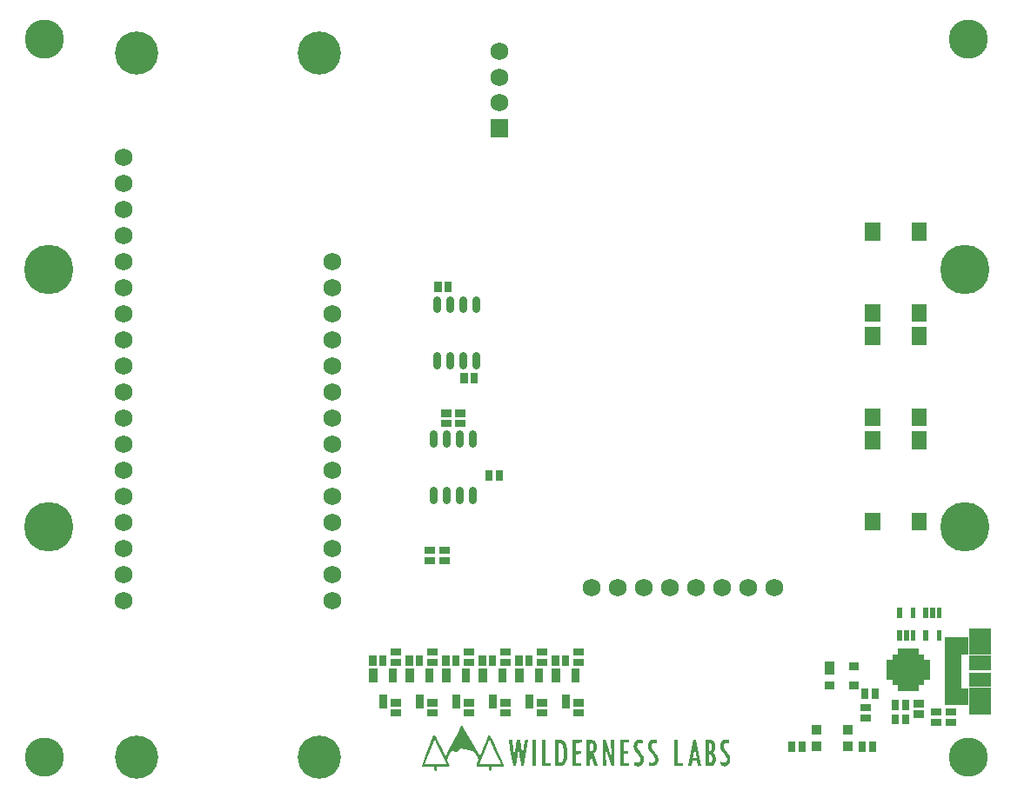
<source format=gts>
G04 Layer: TopSolderMaskLayer*
G04 EasyEDA v6.4.19.4, 2021-07-14T11:09:17--7:00*
G04 73e50abd1ea448babbb0d4c805b7eb3a,d433bb90ee054a4e8348b136ee7bb52c,10*
G04 Gerber Generator version 0.2*
G04 Scale: 100 percent, Rotated: No, Reflected: No *
G04 Dimensions in inches *
G04 leading zeros omitted , absolute positions ,3 integer and 6 decimal *
%FSLAX36Y36*%
%MOIN*%

%ADD39C,0.0316*%
%ADD40C,0.1497*%
%ADD41C,0.1891*%
%ADD43C,0.0680*%
%ADD44C,0.1655*%

%LPD*%
G36*
X1247020Y121620D02*
G01*
X1245860Y121300D01*
X1244620Y120380D01*
X1243280Y118760D01*
X1241720Y116380D01*
X1239880Y113160D01*
X1232340Y98539D01*
X1195020Y24580D01*
X1186440Y7900D01*
X1184980Y5260D01*
X1184820Y5300D01*
X1184180Y6180D01*
X1181620Y10780D01*
X1177640Y18640D01*
X1172560Y29100D01*
X1166700Y41460D01*
X1158660Y58760D01*
X1152320Y71960D01*
X1149980Y76560D01*
X1148080Y80060D01*
X1146540Y82560D01*
X1145260Y84260D01*
X1144180Y85280D01*
X1143200Y85780D01*
X1142720Y85879D01*
X1141260Y85900D01*
X1139940Y85620D01*
X1138920Y85079D01*
X1138340Y84320D01*
X1114280Y23080D01*
X1108660Y8520D01*
X1103700Y-4660D01*
X1099580Y-15880D01*
X1096032Y-26200D01*
X1105060Y-26200D01*
X1133640Y46520D01*
X1141220Y65359D01*
X1142860Y69120D01*
X1143240Y68500D01*
X1150980Y52480D01*
X1163700Y25500D01*
X1177140Y-3459D01*
X1185680Y-22500D01*
X1187200Y-26260D01*
X1187220Y-26460D01*
X1186280Y-26560D01*
X1179940Y-26700D01*
X1161760Y-26720D01*
X1105060Y-26200D01*
X1096032Y-26200D01*
X1094800Y-30200D01*
X1094460Y-32020D01*
X1094580Y-32800D01*
X1094780Y-33460D01*
X1095140Y-34000D01*
X1095720Y-34460D01*
X1096600Y-34800D01*
X1097880Y-35080D01*
X1101820Y-35480D01*
X1108200Y-35720D01*
X1140220Y-36340D01*
X1140220Y-41440D01*
X1140360Y-43720D01*
X1140740Y-45800D01*
X1141360Y-47619D01*
X1142200Y-49140D01*
X1143200Y-50340D01*
X1144340Y-51160D01*
X1145620Y-51580D01*
X1147000Y-51540D01*
X1148420Y-50920D01*
X1149380Y-49600D01*
X1149960Y-47260D01*
X1150320Y-43660D01*
X1150760Y-36340D01*
X1188440Y-35620D01*
X1193840Y-35320D01*
X1195660Y-35100D01*
X1197020Y-34820D01*
X1197960Y-34480D01*
X1198600Y-34040D01*
X1198980Y-33520D01*
X1199200Y-32900D01*
X1199320Y-32140D01*
X1199100Y-30000D01*
X1198140Y-26660D01*
X1196600Y-22580D01*
X1194640Y-18200D01*
X1189500Y-7600D01*
X1200500Y14240D01*
X1204000Y20740D01*
X1206860Y25660D01*
X1207960Y27340D01*
X1208780Y28400D01*
X1209260Y28760D01*
X1210300Y28400D01*
X1212020Y27400D01*
X1214200Y25920D01*
X1219020Y22360D01*
X1221380Y20900D01*
X1223380Y19940D01*
X1224740Y19600D01*
X1226280Y20200D01*
X1228720Y21820D01*
X1231740Y24180D01*
X1235000Y27060D01*
X1242900Y34460D01*
X1277400Y26640D01*
X1287880Y24060D01*
X1294060Y22240D01*
X1295320Y20700D01*
X1297540Y17300D01*
X1300380Y12540D01*
X1303580Y6939D01*
X1311440Y-7300D01*
X1305620Y-23140D01*
X1304639Y-26200D01*
X1314440Y-26200D01*
X1343000Y46520D01*
X1350600Y65359D01*
X1352240Y69120D01*
X1353500Y66680D01*
X1361699Y49620D01*
X1374880Y21600D01*
X1387880Y-6520D01*
X1392600Y-16940D01*
X1396380Y-25760D01*
X1396579Y-26460D01*
X1395640Y-26560D01*
X1389300Y-26700D01*
X1371140Y-26720D01*
X1314440Y-26200D01*
X1304639Y-26200D01*
X1303880Y-29180D01*
X1303700Y-30680D01*
X1303740Y-31940D01*
X1304019Y-33000D01*
X1304540Y-33880D01*
X1305340Y-34580D01*
X1306440Y-35140D01*
X1307820Y-35540D01*
X1309520Y-35860D01*
X1311560Y-36060D01*
X1316680Y-36240D01*
X1349580Y-36260D01*
X1349580Y-41400D01*
X1349720Y-43700D01*
X1350100Y-45780D01*
X1350720Y-47619D01*
X1351560Y-49140D01*
X1352560Y-50340D01*
X1353700Y-51160D01*
X1354980Y-51580D01*
X1356360Y-51540D01*
X1357780Y-50920D01*
X1358740Y-49600D01*
X1359319Y-47260D01*
X1359680Y-43660D01*
X1360140Y-36340D01*
X1397560Y-35620D01*
X1402960Y-35320D01*
X1404820Y-35100D01*
X1406200Y-34840D01*
X1407200Y-34520D01*
X1407860Y-34120D01*
X1408280Y-33640D01*
X1408520Y-33060D01*
X1408660Y-32380D01*
X1408520Y-31620D01*
X1407240Y-27960D01*
X1404720Y-21740D01*
X1401120Y-13340D01*
X1391339Y8600D01*
X1385480Y21400D01*
X1369860Y54800D01*
X1363980Y67080D01*
X1359640Y75660D01*
X1357980Y78780D01*
X1356560Y81199D01*
X1355380Y83020D01*
X1354379Y84320D01*
X1353540Y85180D01*
X1352780Y85660D01*
X1352100Y85879D01*
X1351120Y85879D01*
X1350660Y85780D01*
X1350200Y85540D01*
X1349199Y84620D01*
X1348060Y82940D01*
X1346660Y80280D01*
X1344920Y76440D01*
X1342700Y71220D01*
X1336540Y55860D01*
X1328720Y35960D01*
X1322980Y21700D01*
X1319060Y12600D01*
X1317660Y9740D01*
X1316560Y7820D01*
X1315740Y6780D01*
X1315400Y6560D01*
X1315100Y6500D01*
X1314840Y6600D01*
X1313880Y8139D01*
X1294139Y42900D01*
X1278380Y70880D01*
X1265180Y94100D01*
X1255140Y111440D01*
X1251800Y117040D01*
X1249460Y120640D01*
X1248200Y121359D01*
G37*
G36*
X1981000Y69000D02*
G01*
X1978620Y68740D01*
X1976300Y68220D01*
X1974019Y67440D01*
X1971780Y66420D01*
X1970220Y65500D01*
X1968779Y64440D01*
X1967440Y63240D01*
X1966220Y61900D01*
X1965100Y60420D01*
X1964079Y58800D01*
X1963180Y57040D01*
X1962400Y55160D01*
X1961720Y53140D01*
X1961160Y50980D01*
X1960700Y48700D01*
X1960360Y46280D01*
X1960200Y44400D01*
X1960160Y42560D01*
X1960240Y40740D01*
X1960420Y38940D01*
X1960740Y37140D01*
X1961200Y35340D01*
X1961780Y33520D01*
X1962500Y31700D01*
X1963340Y29860D01*
X1964340Y27980D01*
X1966759Y24100D01*
X1969800Y20000D01*
X1980240Y7620D01*
X1983160Y3660D01*
X1984220Y1980D01*
X1985040Y420D01*
X1985660Y-1060D01*
X1986100Y-2480D01*
X1986380Y-3920D01*
X1986540Y-5380D01*
X1986579Y-6959D01*
X1986399Y-9740D01*
X1985860Y-12260D01*
X1985000Y-14460D01*
X1983860Y-16359D01*
X1982440Y-17940D01*
X1980760Y-19160D01*
X1978880Y-20019D01*
X1976819Y-20520D01*
X1974600Y-20620D01*
X1972220Y-20299D01*
X1969760Y-19580D01*
X1967200Y-18400D01*
X1962820Y-16040D01*
X1962820Y-22919D01*
X1962940Y-26880D01*
X1963700Y-29220D01*
X1965620Y-30800D01*
X1969280Y-32380D01*
X1971360Y-33100D01*
X1973420Y-33580D01*
X1975460Y-33860D01*
X1977480Y-33900D01*
X1979460Y-33760D01*
X1981399Y-33420D01*
X1983280Y-32900D01*
X1985100Y-32180D01*
X1986840Y-31300D01*
X1988520Y-30259D01*
X1990120Y-29060D01*
X1991600Y-27719D01*
X1993000Y-26240D01*
X1994280Y-24640D01*
X1995460Y-22900D01*
X1996500Y-21040D01*
X1997400Y-19080D01*
X1998160Y-17020D01*
X1998779Y-14880D01*
X1999220Y-12640D01*
X1999500Y-10340D01*
X1999620Y-7960D01*
X1999540Y-5540D01*
X1999280Y-3060D01*
X1998920Y-1060D01*
X1998440Y920D01*
X1997800Y2900D01*
X1996980Y4900D01*
X1995980Y6979D01*
X1994800Y9160D01*
X1991740Y13879D01*
X1987680Y19300D01*
X1977620Y31620D01*
X1976000Y33880D01*
X1974820Y35840D01*
X1974019Y37580D01*
X1973520Y39260D01*
X1973280Y40980D01*
X1973220Y42880D01*
X1973460Y45960D01*
X1974180Y48740D01*
X1975340Y51180D01*
X1976840Y53220D01*
X1978680Y54800D01*
X1980780Y55880D01*
X1983100Y56380D01*
X1985580Y56260D01*
X1989660Y55359D01*
X1991500Y54860D01*
X1992880Y54360D01*
X1994220Y54040D01*
X1995020Y54620D01*
X1995400Y56340D01*
X1995480Y59520D01*
X1995340Y62880D01*
X1994720Y64980D01*
X1993300Y66320D01*
X1990800Y67420D01*
X1988300Y68220D01*
X1985840Y68740D01*
X1983400Y69000D01*
G37*
G36*
X1926060Y69000D02*
G01*
X1923680Y68740D01*
X1921360Y68220D01*
X1919079Y67440D01*
X1916840Y66420D01*
X1915280Y65500D01*
X1913839Y64440D01*
X1912500Y63240D01*
X1911279Y61900D01*
X1910160Y60420D01*
X1909139Y58800D01*
X1908240Y57040D01*
X1907460Y55160D01*
X1906780Y53140D01*
X1906220Y50980D01*
X1905760Y48700D01*
X1905420Y46280D01*
X1905260Y44400D01*
X1905220Y42560D01*
X1905300Y40740D01*
X1905480Y38940D01*
X1905800Y37140D01*
X1906260Y35340D01*
X1906840Y33520D01*
X1907560Y31700D01*
X1908400Y29860D01*
X1909400Y27980D01*
X1911819Y24100D01*
X1914860Y20000D01*
X1925300Y7620D01*
X1928220Y3660D01*
X1929280Y1980D01*
X1930100Y420D01*
X1930720Y-1060D01*
X1931160Y-2480D01*
X1931440Y-3920D01*
X1931600Y-5380D01*
X1931639Y-6959D01*
X1931459Y-9740D01*
X1930920Y-12260D01*
X1930060Y-14460D01*
X1928920Y-16359D01*
X1927500Y-17940D01*
X1925820Y-19160D01*
X1923940Y-20019D01*
X1921879Y-20520D01*
X1919660Y-20620D01*
X1917280Y-20299D01*
X1914820Y-19580D01*
X1912260Y-18400D01*
X1907880Y-16040D01*
X1907880Y-22919D01*
X1908000Y-26900D01*
X1908779Y-29260D01*
X1910780Y-30840D01*
X1914600Y-32500D01*
X1918320Y-33820D01*
X1921240Y-34360D01*
X1924079Y-34160D01*
X1927520Y-33240D01*
X1929420Y-32559D01*
X1931240Y-31700D01*
X1932960Y-30700D01*
X1934580Y-29540D01*
X1936100Y-28240D01*
X1937520Y-26800D01*
X1938820Y-25240D01*
X1940000Y-23540D01*
X1941060Y-21720D01*
X1942000Y-19780D01*
X1942800Y-17720D01*
X1943460Y-15560D01*
X1944319Y-11700D01*
X1944580Y-9860D01*
X1944720Y-8040D01*
X1944720Y-6260D01*
X1944600Y-4460D01*
X1944360Y-2680D01*
X1943959Y-880D01*
X1943420Y980D01*
X1942720Y2859D01*
X1941860Y4800D01*
X1940840Y6820D01*
X1938280Y11140D01*
X1934980Y15920D01*
X1930940Y21280D01*
X1926060Y27300D01*
X1922120Y32320D01*
X1920760Y34300D01*
X1919740Y36080D01*
X1919040Y37700D01*
X1918580Y39280D01*
X1918340Y40900D01*
X1918280Y42640D01*
X1918500Y45420D01*
X1919120Y48120D01*
X1920120Y50599D01*
X1921459Y52779D01*
X1922700Y54220D01*
X1924000Y55300D01*
X1925460Y56000D01*
X1927120Y56360D01*
X1929040Y56360D01*
X1931339Y56040D01*
X1934019Y55380D01*
X1937200Y54380D01*
X1939019Y53940D01*
X1940040Y54400D01*
X1940460Y56120D01*
X1940540Y59500D01*
X1940400Y62880D01*
X1939780Y64980D01*
X1938380Y66320D01*
X1935860Y67420D01*
X1933360Y68220D01*
X1930900Y68740D01*
X1928460Y69000D01*
G37*
G36*
X2257500Y68980D02*
G01*
X2255140Y68780D01*
X2252820Y68360D01*
X2250540Y67700D01*
X2248300Y66820D01*
X2246660Y65940D01*
X2245100Y64820D01*
X2243640Y63480D01*
X2242300Y61960D01*
X2241100Y60260D01*
X2240000Y58400D01*
X2239040Y56400D01*
X2238240Y54300D01*
X2237560Y52080D01*
X2237040Y49800D01*
X2236680Y47440D01*
X2236480Y45039D01*
X2236440Y42600D01*
X2236600Y40160D01*
X2236920Y37720D01*
X2237440Y35320D01*
X2237940Y33760D01*
X2238680Y32000D01*
X2239640Y30080D01*
X2242120Y25900D01*
X2243580Y23720D01*
X2246840Y19420D01*
X2252820Y12060D01*
X2257120Y6500D01*
X2258720Y4260D01*
X2259980Y2320D01*
X2260980Y600D01*
X2261700Y-940D01*
X2262220Y-2360D01*
X2262540Y-3700D01*
X2262700Y-5020D01*
X2262760Y-6380D01*
X2262660Y-8440D01*
X2262360Y-10460D01*
X2261920Y-12440D01*
X2261300Y-14280D01*
X2260560Y-15980D01*
X2259700Y-17440D01*
X2258740Y-18660D01*
X2257700Y-19580D01*
X2256500Y-20179D01*
X2254980Y-20560D01*
X2253200Y-20700D01*
X2251260Y-20640D01*
X2249240Y-20379D01*
X2247200Y-19920D01*
X2245220Y-19260D01*
X2243380Y-18400D01*
X2239000Y-16040D01*
X2239000Y-22919D01*
X2239120Y-26900D01*
X2239900Y-29260D01*
X2241900Y-30840D01*
X2245740Y-32500D01*
X2247700Y-33180D01*
X2249640Y-33680D01*
X2251540Y-34000D01*
X2253400Y-34120D01*
X2255220Y-34080D01*
X2256980Y-33860D01*
X2258700Y-33500D01*
X2260340Y-32960D01*
X2261940Y-32300D01*
X2263460Y-31480D01*
X2264920Y-30520D01*
X2266300Y-29440D01*
X2267600Y-28260D01*
X2268820Y-26940D01*
X2269960Y-25520D01*
X2271000Y-24000D01*
X2271940Y-22380D01*
X2272780Y-20680D01*
X2273520Y-18900D01*
X2274160Y-17060D01*
X2274680Y-15120D01*
X2275080Y-13140D01*
X2275360Y-11100D01*
X2275520Y-9020D01*
X2275540Y-6899D01*
X2275440Y-4740D01*
X2275180Y-2560D01*
X2274800Y-360D01*
X2274260Y1860D01*
X2273580Y4100D01*
X2272740Y6320D01*
X2271740Y8540D01*
X2270440Y10960D01*
X2268980Y13260D01*
X2267560Y15220D01*
X2264760Y18100D01*
X2259560Y24080D01*
X2256580Y27740D01*
X2254540Y30419D01*
X2252840Y32960D01*
X2251460Y35380D01*
X2250400Y37700D01*
X2249640Y39920D01*
X2249220Y42020D01*
X2249100Y44060D01*
X2249300Y46000D01*
X2249800Y47859D01*
X2250640Y49660D01*
X2251760Y51420D01*
X2253220Y53099D01*
X2254680Y54440D01*
X2256260Y55420D01*
X2257940Y56080D01*
X2259760Y56400D01*
X2261760Y56380D01*
X2263960Y56040D01*
X2266380Y55359D01*
X2269060Y54360D01*
X2270400Y54040D01*
X2271200Y54620D01*
X2271580Y56340D01*
X2271660Y59520D01*
X2271520Y62880D01*
X2270900Y64980D01*
X2269500Y66320D01*
X2266980Y67420D01*
X2264640Y68160D01*
X2262260Y68660D01*
X2259880Y68940D01*
G37*
G36*
X2134300Y67720D02*
G01*
X2120286Y-240D01*
X2132120Y-240D01*
X2132360Y1860D01*
X2133940Y11900D01*
X2136240Y25580D01*
X2137220Y31980D01*
X2137900Y37140D01*
X2138200Y40320D01*
X2138340Y42800D01*
X2138560Y43460D01*
X2138960Y42200D01*
X2140000Y37300D01*
X2141940Y26060D01*
X2146320Y-2160D01*
X2139200Y-2160D01*
X2136100Y-2039D01*
X2133880Y-1680D01*
X2132560Y-1080D01*
X2132120Y-240D01*
X2120286Y-240D01*
X2114540Y-29340D01*
X2114260Y-31240D01*
X2114660Y-32040D01*
X2115800Y-32660D01*
X2117620Y-33040D01*
X2120040Y-33160D01*
X2125820Y-33160D01*
X2129460Y-13020D01*
X2148160Y-13020D01*
X2152160Y-32400D01*
X2160900Y-33020D01*
X2164220Y-33020D01*
X2164700Y-32860D01*
X2144520Y66800D01*
G37*
G36*
X1469259Y67720D02*
G01*
X1458940Y66800D01*
X1451860Y20680D01*
X1449460Y5740D01*
X1447960Y-2940D01*
X1447560Y5080D01*
X1446860Y11620D01*
X1444180Y32240D01*
X1439300Y66800D01*
X1430620Y67400D01*
X1428620Y67340D01*
X1427280Y67160D01*
X1426780Y66820D01*
X1432000Y34300D01*
X1440440Y-16840D01*
X1442520Y-28900D01*
X1443140Y-31100D01*
X1444100Y-32400D01*
X1445720Y-33020D01*
X1449300Y-33180D01*
X1450960Y-33140D01*
X1451639Y-32940D01*
X1452240Y-32580D01*
X1452760Y-31960D01*
X1453260Y-31040D01*
X1453720Y-29740D01*
X1454660Y-25820D01*
X1455700Y-19720D01*
X1460960Y15460D01*
X1462740Y25660D01*
X1463460Y29100D01*
X1464079Y31440D01*
X1464560Y32660D01*
X1464760Y32860D01*
X1464920Y32759D01*
X1465180Y31700D01*
X1465480Y27240D01*
X1466680Y17860D01*
X1468660Y4180D01*
X1473000Y-23620D01*
X1474300Y-32420D01*
X1474720Y-32719D01*
X1475840Y-32960D01*
X1477480Y-33100D01*
X1481519Y-33120D01*
X1483180Y-32960D01*
X1484280Y-32740D01*
X1484700Y-32460D01*
X1501040Y66660D01*
X1500540Y67220D01*
X1499220Y67540D01*
X1497340Y67640D01*
X1495160Y67560D01*
X1492960Y67280D01*
X1490980Y66860D01*
X1489500Y66300D01*
X1488779Y65640D01*
X1487940Y60700D01*
X1485100Y40420D01*
X1481020Y9600D01*
X1480300Y5180D01*
X1479760Y2660D01*
X1479520Y2039D01*
X1479319Y1820D01*
X1479120Y1980D01*
X1478940Y2460D01*
X1478600Y4340D01*
X1476459Y19500D01*
G37*
G36*
X2179560Y67580D02*
G01*
X2179777Y40460D01*
X2192960Y40460D01*
X2193040Y47820D01*
X2193380Y52820D01*
X2193700Y54520D01*
X2194140Y55740D01*
X2194720Y56520D01*
X2195460Y56900D01*
X2196380Y56920D01*
X2197500Y56600D01*
X2198860Y56000D01*
X2200440Y55160D01*
X2201840Y54020D01*
X2203020Y52340D01*
X2204000Y50240D01*
X2204740Y47760D01*
X2205280Y45060D01*
X2205580Y42180D01*
X2205640Y39240D01*
X2205460Y36320D01*
X2205040Y33540D01*
X2204360Y30980D01*
X2203400Y28740D01*
X2202200Y26900D01*
X2201040Y25840D01*
X2199580Y24980D01*
X2197980Y24400D01*
X2196460Y24180D01*
X2195320Y24220D01*
X2194460Y24460D01*
X2193840Y25099D01*
X2193420Y26300D01*
X2193160Y28260D01*
X2192980Y35140D01*
X2192960Y40460D01*
X2179777Y40460D01*
X2180127Y-4500D01*
X2192960Y-4500D01*
X2193020Y4880D01*
X2193160Y7780D01*
X2193420Y9720D01*
X2193860Y10900D01*
X2194500Y11520D01*
X2195380Y11740D01*
X2196580Y11780D01*
X2198260Y11480D01*
X2200040Y10640D01*
X2201740Y9360D01*
X2203260Y7700D01*
X2204400Y5880D01*
X2205300Y3860D01*
X2205960Y1700D01*
X2206360Y-580D01*
X2206540Y-2940D01*
X2206520Y-5300D01*
X2206280Y-7660D01*
X2205840Y-9940D01*
X2205240Y-12120D01*
X2204440Y-14160D01*
X2203480Y-16000D01*
X2202360Y-17600D01*
X2201120Y-18920D01*
X2199720Y-19920D01*
X2198200Y-20540D01*
X2196580Y-20760D01*
X2195380Y-20740D01*
X2194500Y-20500D01*
X2193860Y-19880D01*
X2193420Y-18700D01*
X2193160Y-16760D01*
X2193020Y-13859D01*
X2192960Y-4500D01*
X2180127Y-4500D01*
X2180340Y-32400D01*
X2196920Y-32360D01*
X2199940Y-32260D01*
X2202440Y-32080D01*
X2204500Y-31780D01*
X2206200Y-31360D01*
X2207680Y-30800D01*
X2209020Y-30059D01*
X2210320Y-29160D01*
X2212300Y-27420D01*
X2214020Y-25480D01*
X2215480Y-23340D01*
X2216700Y-20920D01*
X2217700Y-18220D01*
X2218460Y-15220D01*
X2219040Y-11860D01*
X2219400Y-8139D01*
X2219540Y-5460D01*
X2219520Y-2900D01*
X2219380Y-480D01*
X2219100Y1820D01*
X2218700Y4000D01*
X2218180Y6000D01*
X2217520Y7860D01*
X2216760Y9540D01*
X2215860Y11060D01*
X2214860Y12380D01*
X2213740Y13520D01*
X2212520Y14460D01*
X2207900Y17540D01*
X2207920Y17940D01*
X2208440Y18640D01*
X2209400Y19540D01*
X2212000Y21680D01*
X2213200Y23020D01*
X2214260Y24540D01*
X2215200Y26240D01*
X2216000Y28080D01*
X2216680Y30059D01*
X2217220Y32140D01*
X2217640Y34300D01*
X2217940Y36540D01*
X2218100Y38820D01*
X2218080Y43480D01*
X2217880Y45800D01*
X2217560Y48080D01*
X2217120Y50340D01*
X2216560Y52500D01*
X2215880Y54600D01*
X2215100Y56580D01*
X2214200Y58440D01*
X2213180Y60140D01*
X2212060Y61700D01*
X2210820Y63060D01*
X2209460Y64220D01*
X2208000Y65140D01*
X2206760Y65720D01*
X2205300Y66220D01*
X2203580Y66620D01*
X2199460Y67240D01*
X2194400Y67540D01*
G37*
G36*
X2060820Y67580D02*
G01*
X2060820Y-33160D01*
X2095140Y-33160D01*
X2094220Y-21540D01*
X2074180Y-20620D01*
X2074180Y67580D01*
G37*
G36*
X1854420Y67580D02*
G01*
X1854420Y-33260D01*
X1887840Y-32400D01*
X1887840Y-21540D01*
X1866300Y-20640D01*
X1866300Y13340D01*
X1885600Y13340D01*
X1885600Y24180D01*
X1866300Y24180D01*
X1866300Y56720D01*
X1888580Y56720D01*
X1888580Y67580D01*
G37*
G36*
X1786080Y67580D02*
G01*
X1786860Y-32400D01*
X1799920Y-33360D01*
X1798899Y14520D01*
X1798720Y27960D01*
X1798779Y34260D01*
X1819400Y-33320D01*
X1831399Y-32400D01*
X1832200Y67580D01*
X1818500Y67580D01*
X1819540Y80D01*
X1815240Y15220D01*
X1809960Y32519D01*
X1798820Y67580D01*
G37*
G36*
X1725240Y67580D02*
G01*
X1725240Y39580D01*
X1738600Y39580D01*
X1738680Y49060D01*
X1738800Y52080D01*
X1739040Y54200D01*
X1739400Y55560D01*
X1739940Y56320D01*
X1740640Y56660D01*
X1741579Y56720D01*
X1742960Y56480D01*
X1744540Y55820D01*
X1746120Y54840D01*
X1747520Y53620D01*
X1748680Y52020D01*
X1749680Y49960D01*
X1750380Y47699D01*
X1750700Y45500D01*
X1750800Y42040D01*
X1750780Y38940D01*
X1750620Y36200D01*
X1750340Y33800D01*
X1749900Y31680D01*
X1749319Y29860D01*
X1748560Y28280D01*
X1747620Y26940D01*
X1746500Y25820D01*
X1745180Y24880D01*
X1743680Y24100D01*
X1741940Y23460D01*
X1740840Y23160D01*
X1740020Y23140D01*
X1739420Y23600D01*
X1739040Y24740D01*
X1738779Y26700D01*
X1738660Y29720D01*
X1738600Y39580D01*
X1725240Y39580D01*
X1725240Y-33340D01*
X1737860Y-32400D01*
X1739340Y12160D01*
X1755260Y-33160D01*
X1768240Y-33160D01*
X1756339Y660D01*
X1750760Y16060D01*
X1754400Y17800D01*
X1755660Y18540D01*
X1756819Y19520D01*
X1757920Y20720D01*
X1758920Y22120D01*
X1759840Y23700D01*
X1760680Y25460D01*
X1761399Y27360D01*
X1762040Y29380D01*
X1762580Y31500D01*
X1763020Y33720D01*
X1763340Y36000D01*
X1763540Y38320D01*
X1763640Y43040D01*
X1763500Y45400D01*
X1763240Y47740D01*
X1762840Y50020D01*
X1762340Y52240D01*
X1761680Y54380D01*
X1760900Y56400D01*
X1759920Y58420D01*
X1758839Y60199D01*
X1757620Y61740D01*
X1756220Y63099D01*
X1754660Y64240D01*
X1752880Y65180D01*
X1750880Y65960D01*
X1748600Y66580D01*
X1746040Y67040D01*
X1743180Y67340D01*
X1739980Y67520D01*
G37*
G36*
X1671780Y67580D02*
G01*
X1671780Y-33260D01*
X1705200Y-32400D01*
X1705200Y-21540D01*
X1683560Y-20640D01*
X1684400Y12560D01*
X1702960Y13480D01*
X1702960Y24040D01*
X1684400Y24960D01*
X1684400Y55960D01*
X1705940Y56860D01*
X1705940Y67580D01*
G37*
G36*
X1604980Y67580D02*
G01*
X1604980Y56940D01*
X1618340Y56940D01*
X1623220Y55460D01*
X1626699Y54060D01*
X1628200Y53360D01*
X1629560Y52420D01*
X1630940Y51040D01*
X1632180Y49420D01*
X1633120Y47740D01*
X1633620Y46380D01*
X1634560Y42660D01*
X1635400Y37840D01*
X1636100Y32240D01*
X1636639Y26200D01*
X1637000Y20059D01*
X1637140Y14120D01*
X1637040Y8740D01*
X1636440Y1900D01*
X1635940Y-2060D01*
X1635340Y-5520D01*
X1634640Y-8520D01*
X1633800Y-11100D01*
X1632840Y-13280D01*
X1631699Y-15120D01*
X1630400Y-16640D01*
X1628899Y-17880D01*
X1627180Y-18840D01*
X1625240Y-19600D01*
X1623060Y-20160D01*
X1618340Y-21160D01*
X1618340Y56940D01*
X1604980Y56940D01*
X1604980Y-33600D01*
X1621399Y-32480D01*
X1624880Y-32060D01*
X1628000Y-31520D01*
X1630800Y-30840D01*
X1633300Y-30019D01*
X1635520Y-29040D01*
X1637500Y-27879D01*
X1639280Y-26540D01*
X1640860Y-24980D01*
X1642280Y-23200D01*
X1643580Y-21200D01*
X1644760Y-18940D01*
X1645560Y-17160D01*
X1646980Y-13240D01*
X1648180Y-8920D01*
X1649139Y-4280D01*
X1649900Y660D01*
X1650440Y5800D01*
X1650740Y11080D01*
X1650860Y16440D01*
X1650760Y21800D01*
X1650460Y27120D01*
X1649960Y32320D01*
X1649259Y37340D01*
X1648360Y42120D01*
X1647300Y46580D01*
X1646040Y50660D01*
X1645340Y52539D01*
X1643800Y55920D01*
X1642980Y57420D01*
X1642100Y58780D01*
X1641180Y59980D01*
X1640220Y61020D01*
X1638920Y62200D01*
X1637600Y63240D01*
X1636200Y64160D01*
X1634700Y64940D01*
X1633100Y65620D01*
X1631360Y66180D01*
X1629480Y66640D01*
X1627400Y67000D01*
X1622580Y67440D01*
X1616759Y67580D01*
G37*
G36*
X1553000Y67580D02*
G01*
X1553000Y-33160D01*
X1587340Y-33160D01*
X1586399Y-21540D01*
X1566360Y-20620D01*
X1566360Y67580D01*
G37*
G36*
X1518839Y67580D02*
G01*
X1518839Y-33160D01*
X1532220Y-33160D01*
X1532220Y67580D01*
G37*
D39*
X1138000Y1024239D02*
G01*
X1138000Y988018D01*
X1188000Y1024239D02*
G01*
X1188000Y988018D01*
X1238000Y1024239D02*
G01*
X1238000Y988018D01*
X1288000Y1024239D02*
G01*
X1288000Y988018D01*
X1138000Y1239980D02*
G01*
X1138000Y1203759D01*
X1188000Y1239980D02*
G01*
X1188000Y1203759D01*
X1238000Y1239980D02*
G01*
X1238000Y1203759D01*
X1288000Y1239980D02*
G01*
X1288000Y1203759D01*
X1300000Y1719758D02*
G01*
X1300000Y1755979D01*
X1250000Y1719758D02*
G01*
X1250000Y1755979D01*
X1200000Y1719758D02*
G01*
X1200000Y1755979D01*
X1150000Y1719758D02*
G01*
X1150000Y1755979D01*
X1300000Y1504020D02*
G01*
X1300000Y1540239D01*
X1250000Y1504020D02*
G01*
X1250000Y1540239D01*
X1200000Y1504020D02*
G01*
X1200000Y1540239D01*
X1150000Y1504020D02*
G01*
X1150000Y1540239D01*
D40*
G01*
X3188980Y0D03*
G01*
X3188980Y2755909D03*
G01*
X-354329Y0D03*
G01*
X-354329Y2755909D03*
D41*
G01*
X-334650Y1870079D03*
G01*
X-334650Y885830D03*
G01*
X3173230Y1870079D03*
G01*
X3173230Y885830D03*
G36*
X2791400Y1181500D02*
G01*
X2791400Y1250500D01*
X2850600Y1250500D01*
X2850600Y1181500D01*
G37*
G36*
X2791400Y869499D02*
G01*
X2791400Y938499D01*
X2850600Y938499D01*
X2850600Y869499D01*
G37*
G36*
X2969399Y1181500D02*
G01*
X2969399Y1250500D01*
X3028599Y1250500D01*
X3028599Y1181500D01*
G37*
G36*
X2969399Y869499D02*
G01*
X2969399Y938499D01*
X3028599Y938499D01*
X3028599Y869499D01*
G37*
G36*
X2969399Y1669499D02*
G01*
X2969399Y1738499D01*
X3028599Y1738499D01*
X3028599Y1669499D01*
G37*
G36*
X2969399Y1981500D02*
G01*
X2969399Y2050500D01*
X3028599Y2050500D01*
X3028599Y1981500D01*
G37*
G36*
X2791400Y1669499D02*
G01*
X2791400Y1738499D01*
X2850600Y1738499D01*
X2850600Y1669499D01*
G37*
G36*
X2791400Y1981500D02*
G01*
X2791400Y2050500D01*
X2850600Y2050500D01*
X2850600Y1981500D01*
G37*
G36*
X2969399Y1269499D02*
G01*
X2969399Y1338499D01*
X3028599Y1338499D01*
X3028599Y1269499D01*
G37*
G36*
X2969399Y1581500D02*
G01*
X2969399Y1650500D01*
X3028599Y1650500D01*
X3028599Y1581500D01*
G37*
G36*
X2791400Y1269499D02*
G01*
X2791400Y1338499D01*
X2850600Y1338499D01*
X2850600Y1269499D01*
G37*
G36*
X2791400Y1581500D02*
G01*
X2791400Y1650500D01*
X2850600Y1650500D01*
X2850600Y1581500D01*
G37*
D43*
G01*
X-50000Y2300000D03*
G01*
X-50000Y2200000D03*
G01*
X-50000Y2100000D03*
G01*
X-50000Y2000000D03*
G01*
X-50000Y1900000D03*
G01*
X-50000Y1800000D03*
G01*
X-50000Y1700000D03*
G01*
X-50000Y1600000D03*
G01*
X-50000Y1500000D03*
G01*
X-50000Y1400000D03*
G01*
X-50000Y1300000D03*
G01*
X-50000Y1200000D03*
G01*
X-50000Y1100000D03*
G01*
X-50000Y1000000D03*
G01*
X-50000Y900000D03*
G01*
X-50000Y800000D03*
G01*
X-50000Y700000D03*
G01*
X-50000Y600000D03*
G01*
X750000Y600000D03*
G01*
X750000Y700000D03*
G01*
X750000Y800000D03*
G01*
X750000Y900000D03*
G01*
X750000Y1000000D03*
G01*
X750000Y1100000D03*
G01*
X750000Y1200000D03*
G01*
X750000Y1300000D03*
G01*
X750000Y1400000D03*
G01*
X750000Y1500000D03*
G01*
X750000Y1600000D03*
G01*
X750000Y1700000D03*
G01*
X750000Y1800000D03*
G01*
X750000Y1900000D03*
D44*
G01*
X0Y2700000D03*
G01*
X700000Y2700000D03*
G01*
X0Y0D03*
G01*
X700000Y0D03*
G36*
X2707399Y25799D02*
G01*
X2707399Y61300D01*
X2742899Y61300D01*
X2742899Y25799D01*
G37*
G36*
X2707100Y88699D02*
G01*
X2707100Y124200D01*
X2742600Y124200D01*
X2742600Y88699D01*
G37*
G36*
X2587399Y25799D02*
G01*
X2587399Y61300D01*
X2622899Y61300D01*
X2622899Y25799D01*
G37*
G36*
X2587100Y88699D02*
G01*
X2587100Y124200D01*
X2622600Y124200D01*
X2622600Y88699D01*
G37*
G36*
X1629200Y189200D02*
G01*
X1629200Y242399D01*
X1660799Y242399D01*
X1660799Y189200D01*
G37*
G36*
X1591800Y287600D02*
G01*
X1591800Y340799D01*
X1623400Y340799D01*
X1623400Y287600D01*
G37*
G36*
X1666599Y287600D02*
G01*
X1666599Y340799D01*
X1698199Y340799D01*
X1698199Y287600D01*
G37*
G36*
X1489200Y189200D02*
G01*
X1489200Y242399D01*
X1520799Y242399D01*
X1520799Y189200D01*
G37*
G36*
X1451800Y287600D02*
G01*
X1451800Y340799D01*
X1483400Y340799D01*
X1483400Y287600D01*
G37*
G36*
X1526599Y287600D02*
G01*
X1526599Y340799D01*
X1558199Y340799D01*
X1558199Y287600D01*
G37*
G36*
X1349200Y189200D02*
G01*
X1349200Y242399D01*
X1380799Y242399D01*
X1380799Y189200D01*
G37*
G36*
X1311800Y287600D02*
G01*
X1311800Y340799D01*
X1343400Y340799D01*
X1343400Y287600D01*
G37*
G36*
X1386599Y287600D02*
G01*
X1386599Y340799D01*
X1418199Y340799D01*
X1418199Y287600D01*
G37*
G36*
X1209200Y189200D02*
G01*
X1209200Y242399D01*
X1240799Y242399D01*
X1240799Y189200D01*
G37*
G36*
X1171800Y287600D02*
G01*
X1171800Y340799D01*
X1203400Y340799D01*
X1203400Y287600D01*
G37*
G36*
X1246599Y287600D02*
G01*
X1246599Y340799D01*
X1278199Y340799D01*
X1278199Y287600D01*
G37*
G36*
X1069200Y189200D02*
G01*
X1069200Y242399D01*
X1100799Y242399D01*
X1100799Y189200D01*
G37*
G36*
X1031800Y287600D02*
G01*
X1031800Y340799D01*
X1063400Y340799D01*
X1063400Y287600D01*
G37*
G36*
X1106599Y287600D02*
G01*
X1106599Y340799D01*
X1138199Y340799D01*
X1138199Y287600D01*
G37*
G36*
X929200Y189200D02*
G01*
X929200Y242399D01*
X960799Y242399D01*
X960799Y189200D01*
G37*
G36*
X891800Y287600D02*
G01*
X891800Y340799D01*
X923400Y340799D01*
X923400Y287600D01*
G37*
G36*
X966599Y287600D02*
G01*
X966599Y340799D01*
X998199Y340799D01*
X998199Y287600D01*
G37*
D43*
G01*
X1745670Y650000D03*
G01*
X1845670Y650000D03*
G01*
X1945670Y650000D03*
G01*
X2045670Y650000D03*
G01*
X2145670Y650000D03*
G01*
X2245670Y650000D03*
G01*
X2345670Y650000D03*
G01*
X2445670Y650000D03*
G36*
X3065699Y446999D02*
G01*
X3065699Y486399D01*
X3085500Y486399D01*
X3085500Y446999D01*
G37*
G36*
X3014499Y446999D02*
G01*
X3014499Y486399D01*
X3034300Y486399D01*
X3034300Y446999D01*
G37*
G36*
X3014499Y533600D02*
G01*
X3014499Y573000D01*
X3034300Y573000D01*
X3034300Y533600D01*
G37*
G36*
X3040100Y533600D02*
G01*
X3040100Y573000D01*
X3059899Y573000D01*
X3059899Y533600D01*
G37*
G36*
X3065699Y533600D02*
G01*
X3065699Y573000D01*
X3085500Y573000D01*
X3085500Y533600D01*
G37*
G36*
X2914499Y533600D02*
G01*
X2914499Y573000D01*
X2934300Y573000D01*
X2934300Y533600D01*
G37*
G36*
X2965699Y533600D02*
G01*
X2965699Y573000D01*
X2985500Y573000D01*
X2985500Y533600D01*
G37*
G36*
X2965699Y446999D02*
G01*
X2965699Y486399D01*
X2985500Y486399D01*
X2985500Y446999D01*
G37*
G36*
X2940100Y446999D02*
G01*
X2940100Y486399D01*
X2959899Y486399D01*
X2959899Y446999D01*
G37*
G36*
X2914499Y446999D02*
G01*
X2914499Y486399D01*
X2934300Y486399D01*
X2934300Y446999D01*
G37*
G36*
X2918599Y296599D02*
G01*
X2918599Y375399D01*
X2997399Y375399D01*
X2997399Y296599D01*
G37*
G36*
X2918599Y375399D02*
G01*
X2918599Y418699D01*
X2938299Y418699D01*
X2938299Y375399D01*
G37*
G36*
X2938299Y375399D02*
G01*
X2938299Y418699D01*
X2958000Y418699D01*
X2958000Y375399D01*
G37*
G36*
X2958000Y375399D02*
G01*
X2958000Y418699D01*
X2977700Y418699D01*
X2977700Y375399D01*
G37*
G36*
X2977700Y375399D02*
G01*
X2977700Y418699D01*
X2997399Y418699D01*
X2997399Y375399D01*
G37*
G36*
X2997399Y375399D02*
G01*
X2997399Y395100D01*
X3017100Y395100D01*
X3017100Y375399D01*
G37*
G36*
X2997399Y355700D02*
G01*
X2997399Y375399D01*
X3040699Y375399D01*
X3040699Y355700D01*
G37*
G36*
X2997399Y335999D02*
G01*
X2997399Y355700D01*
X3040699Y355700D01*
X3040699Y335999D01*
G37*
G36*
X2997399Y316300D02*
G01*
X2997399Y335999D01*
X3040699Y335999D01*
X3040699Y316300D01*
G37*
G36*
X2997399Y296599D02*
G01*
X2997399Y316300D01*
X3040699Y316300D01*
X3040699Y296599D01*
G37*
G36*
X2997399Y276900D02*
G01*
X2997399Y296599D01*
X3017100Y296599D01*
X3017100Y276900D01*
G37*
G36*
X2977700Y253299D02*
G01*
X2977700Y296599D01*
X2997399Y296599D01*
X2997399Y253299D01*
G37*
G36*
X2958000Y253299D02*
G01*
X2958000Y296599D01*
X2977700Y296599D01*
X2977700Y253299D01*
G37*
G36*
X2938199Y253299D02*
G01*
X2938199Y296599D01*
X2957799Y296599D01*
X2957799Y253299D01*
G37*
G36*
X2918599Y253299D02*
G01*
X2918599Y296599D01*
X2938299Y296599D01*
X2938299Y253299D01*
G37*
G36*
X2898900Y276900D02*
G01*
X2898900Y296599D01*
X2918599Y296599D01*
X2918599Y276900D01*
G37*
G36*
X2875299Y296599D02*
G01*
X2875299Y316300D01*
X2918599Y316300D01*
X2918599Y296599D01*
G37*
G36*
X2875299Y316300D02*
G01*
X2875299Y335999D01*
X2918599Y335999D01*
X2918599Y316300D01*
G37*
G36*
X2875299Y335999D02*
G01*
X2875299Y355700D01*
X2918599Y355700D01*
X2918599Y335999D01*
G37*
G36*
X2875299Y355700D02*
G01*
X2875299Y375399D01*
X2918599Y375399D01*
X2918599Y355700D01*
G37*
G36*
X2898900Y375399D02*
G01*
X2898900Y395100D01*
X2918599Y395100D01*
X2918599Y375399D01*
G37*
G36*
X1160299Y780799D02*
G01*
X1160299Y808499D01*
X1199700Y808499D01*
X1199700Y780799D01*
G37*
G36*
X1160299Y741500D02*
G01*
X1160299Y769200D01*
X1199700Y769200D01*
X1199700Y741500D01*
G37*
G36*
X1105299Y780799D02*
G01*
X1105299Y808499D01*
X1144700Y808499D01*
X1144700Y780799D01*
G37*
G36*
X1105299Y741500D02*
G01*
X1105299Y769200D01*
X1144700Y769200D01*
X1144700Y741500D01*
G37*
G36*
X3191499Y164600D02*
G01*
X3191499Y266100D01*
X3274300Y266100D01*
X3274300Y164600D01*
G37*
G36*
X3191499Y393899D02*
G01*
X3191499Y495399D01*
X3274300Y495399D01*
X3274300Y393899D01*
G37*
G36*
X3191499Y269899D02*
G01*
X3191499Y324200D01*
X3274300Y324200D01*
X3274300Y269899D01*
G37*
G36*
X3191499Y335799D02*
G01*
X3191499Y390100D01*
X3274300Y390100D01*
X3274300Y335799D01*
G37*
G36*
X3096999Y317100D02*
G01*
X3096999Y342899D01*
X3159399Y342899D01*
X3159399Y317100D01*
G37*
G36*
X3096999Y342699D02*
G01*
X3096999Y368400D01*
X3159399Y368400D01*
X3159399Y342699D01*
G37*
G36*
X3096999Y291500D02*
G01*
X3096999Y317300D01*
X3159399Y317300D01*
X3159399Y291500D01*
G37*
G36*
X3096999Y368299D02*
G01*
X3096999Y394000D01*
X3159399Y394000D01*
X3159399Y368299D01*
G37*
G36*
X3096999Y265999D02*
G01*
X3096999Y291700D01*
X3159399Y291700D01*
X3159399Y265999D01*
G37*
G36*
X3096999Y200000D02*
G01*
X3096999Y265100D01*
X3187700Y265100D01*
X3187700Y200000D01*
G37*
G36*
X3096999Y394899D02*
G01*
X3096999Y460000D01*
X3187700Y460000D01*
X3187700Y394899D01*
G37*
G36*
X2978299Y152500D02*
G01*
X2978299Y180199D01*
X3017700Y180199D01*
X3017700Y152500D01*
G37*
G36*
X2978299Y191799D02*
G01*
X2978299Y219499D01*
X3017700Y219499D01*
X3017700Y191799D01*
G37*
G36*
X1336499Y1060300D02*
G01*
X1336499Y1099699D01*
X1364200Y1099699D01*
X1364200Y1060300D01*
G37*
G36*
X1375799Y1060300D02*
G01*
X1375799Y1099699D01*
X1403500Y1099699D01*
X1403500Y1060300D01*
G37*
G36*
X1166300Y1266500D02*
G01*
X1166300Y1294200D01*
X1205699Y1294200D01*
X1205699Y1266500D01*
G37*
G36*
X1166300Y1305799D02*
G01*
X1166300Y1333499D01*
X1205699Y1333499D01*
X1205699Y1305799D01*
G37*
G36*
X1220299Y1266500D02*
G01*
X1220299Y1294200D01*
X1259700Y1294200D01*
X1259700Y1266500D01*
G37*
G36*
X1220299Y1305799D02*
G01*
X1220299Y1333499D01*
X1259700Y1333499D01*
X1259700Y1305799D01*
G37*
G36*
X2894499Y181300D02*
G01*
X2894499Y220700D01*
X2922200Y220700D01*
X2922200Y181300D01*
G37*
G36*
X2933800Y181300D02*
G01*
X2933800Y220700D01*
X2961499Y220700D01*
X2961499Y181300D01*
G37*
G36*
X2933800Y126300D02*
G01*
X2933800Y165700D01*
X2961499Y165700D01*
X2961499Y126300D01*
G37*
G36*
X2894499Y126300D02*
G01*
X2894499Y165700D01*
X2922200Y165700D01*
X2922200Y126300D01*
G37*
G36*
X1280799Y1435300D02*
G01*
X1280799Y1474699D01*
X1308500Y1474699D01*
X1308500Y1435300D01*
G37*
G36*
X1241499Y1435300D02*
G01*
X1241499Y1474699D01*
X1269200Y1474699D01*
X1269200Y1435300D01*
G37*
G36*
X1141499Y1785300D02*
G01*
X1141499Y1824699D01*
X1169200Y1824699D01*
X1169200Y1785300D01*
G37*
G36*
X1180799Y1785300D02*
G01*
X1180799Y1824699D01*
X1208500Y1824699D01*
X1208500Y1785300D01*
G37*
G36*
X1451499Y350199D02*
G01*
X1451499Y389699D01*
X1479200Y389699D01*
X1479200Y350199D01*
G37*
G36*
X1490799Y350199D02*
G01*
X1490799Y389699D01*
X1518500Y389699D01*
X1518500Y350199D01*
G37*
G36*
X1591499Y350199D02*
G01*
X1591499Y389699D01*
X1619200Y389699D01*
X1619200Y350199D01*
G37*
G36*
X1630799Y350199D02*
G01*
X1630799Y389699D01*
X1658500Y389699D01*
X1658500Y350199D01*
G37*
G36*
X1311499Y350199D02*
G01*
X1311499Y389699D01*
X1339200Y389699D01*
X1339200Y350199D01*
G37*
G36*
X1350799Y350199D02*
G01*
X1350799Y389699D01*
X1378500Y389699D01*
X1378500Y350199D01*
G37*
G36*
X891499Y350199D02*
G01*
X891499Y389699D01*
X919200Y389699D01*
X919200Y350199D01*
G37*
G36*
X930799Y350199D02*
G01*
X930799Y389699D01*
X958500Y389699D01*
X958500Y350199D01*
G37*
G36*
X1031499Y350199D02*
G01*
X1031499Y389699D01*
X1059200Y389699D01*
X1059200Y350199D01*
G37*
G36*
X1070799Y350199D02*
G01*
X1070799Y389699D01*
X1098500Y389699D01*
X1098500Y350199D01*
G37*
G36*
X1171499Y350199D02*
G01*
X1171499Y389699D01*
X1199200Y389699D01*
X1199200Y350199D01*
G37*
G36*
X1210799Y350199D02*
G01*
X1210799Y389699D01*
X1238500Y389699D01*
X1238500Y350199D01*
G37*
G36*
X1356000Y2378400D02*
G01*
X1356000Y2446399D01*
X1423999Y2446399D01*
X1423999Y2378400D01*
G37*
G01*
X1390000Y2510790D03*
G01*
X1390000Y2609189D03*
G01*
X1390000Y2707640D03*
G36*
X2637700Y316500D02*
G01*
X2637700Y367800D01*
X2673299Y367800D01*
X2673299Y316500D01*
G37*
G36*
X2637700Y259400D02*
G01*
X2637700Y290999D01*
X2673299Y290999D01*
X2673299Y259400D01*
G37*
G36*
X2732200Y259400D02*
G01*
X2732200Y290999D01*
X2767799Y290999D01*
X2767799Y259400D01*
G37*
G36*
X2732200Y334200D02*
G01*
X2732200Y365799D01*
X2767799Y365799D01*
X2767799Y334200D01*
G37*
G36*
X2776499Y225199D02*
G01*
X2776499Y264699D01*
X2804200Y264699D01*
X2804200Y225199D01*
G37*
G36*
X2815799Y225199D02*
G01*
X2815799Y264699D01*
X2843500Y264699D01*
X2843500Y225199D01*
G37*
G36*
X3100299Y121500D02*
G01*
X3100299Y149200D01*
X3139799Y149200D01*
X3139799Y121500D01*
G37*
G36*
X3100299Y160799D02*
G01*
X3100299Y188499D01*
X3139799Y188499D01*
X3139799Y160799D01*
G37*
G36*
X2773199Y176799D02*
G01*
X2773199Y204499D01*
X2812700Y204499D01*
X2812700Y176799D01*
G37*
G36*
X2773199Y137500D02*
G01*
X2773199Y165199D01*
X2812700Y165199D01*
X2812700Y137500D01*
G37*
G36*
X3045200Y160799D02*
G01*
X3045200Y188499D01*
X3084700Y188499D01*
X3084700Y160799D01*
G37*
G36*
X3045200Y121500D02*
G01*
X3045200Y149200D01*
X3084700Y149200D01*
X3084700Y121500D01*
G37*
G36*
X2496499Y20300D02*
G01*
X2496499Y59699D01*
X2524200Y59699D01*
X2524200Y20300D01*
G37*
G36*
X2535799Y20300D02*
G01*
X2535799Y59699D01*
X2563500Y59699D01*
X2563500Y20300D01*
G37*
G36*
X2805799Y20300D02*
G01*
X2805799Y59699D01*
X2833500Y59699D01*
X2833500Y20300D01*
G37*
G36*
X2766499Y20300D02*
G01*
X2766499Y59699D01*
X2794200Y59699D01*
X2794200Y20300D01*
G37*
G36*
X975299Y390799D02*
G01*
X975299Y418499D01*
X1014700Y418499D01*
X1014700Y390799D01*
G37*
G36*
X975299Y351500D02*
G01*
X975299Y379200D01*
X1014700Y379200D01*
X1014700Y351500D01*
G37*
G36*
X1115299Y390799D02*
G01*
X1115299Y418499D01*
X1154700Y418499D01*
X1154700Y390799D01*
G37*
G36*
X1115299Y351500D02*
G01*
X1115299Y379200D01*
X1154700Y379200D01*
X1154700Y351500D01*
G37*
G36*
X1255299Y390799D02*
G01*
X1255299Y418499D01*
X1294700Y418499D01*
X1294700Y390799D01*
G37*
G36*
X1255299Y351500D02*
G01*
X1255299Y379200D01*
X1294700Y379200D01*
X1294700Y351500D01*
G37*
G36*
X1395299Y390799D02*
G01*
X1395299Y418499D01*
X1434700Y418499D01*
X1434700Y390799D01*
G37*
G36*
X1395299Y351500D02*
G01*
X1395299Y379200D01*
X1434700Y379200D01*
X1434700Y351500D01*
G37*
G36*
X1535299Y390799D02*
G01*
X1535299Y418499D01*
X1574700Y418499D01*
X1574700Y390799D01*
G37*
G36*
X1535299Y351500D02*
G01*
X1535299Y379200D01*
X1574700Y379200D01*
X1574700Y351500D01*
G37*
G36*
X1675299Y390799D02*
G01*
X1675299Y418499D01*
X1714700Y418499D01*
X1714700Y390799D01*
G37*
G36*
X1675299Y351500D02*
G01*
X1675299Y379200D01*
X1714700Y379200D01*
X1714700Y351500D01*
G37*
G36*
X1535200Y195799D02*
G01*
X1535200Y223499D01*
X1574700Y223499D01*
X1574700Y195799D01*
G37*
G36*
X1535200Y156500D02*
G01*
X1535200Y184200D01*
X1574700Y184200D01*
X1574700Y156500D01*
G37*
G36*
X1395200Y195799D02*
G01*
X1395200Y223499D01*
X1434700Y223499D01*
X1434700Y195799D01*
G37*
G36*
X1395200Y156500D02*
G01*
X1395200Y184200D01*
X1434700Y184200D01*
X1434700Y156500D01*
G37*
G36*
X1255200Y195799D02*
G01*
X1255200Y223499D01*
X1294700Y223499D01*
X1294700Y195799D01*
G37*
G36*
X1255200Y156500D02*
G01*
X1255200Y184200D01*
X1294700Y184200D01*
X1294700Y156500D01*
G37*
G36*
X1115200Y195799D02*
G01*
X1115200Y223499D01*
X1154700Y223499D01*
X1154700Y195799D01*
G37*
G36*
X1115200Y156500D02*
G01*
X1115200Y184200D01*
X1154700Y184200D01*
X1154700Y156500D01*
G37*
G36*
X975200Y195799D02*
G01*
X975200Y223499D01*
X1014700Y223499D01*
X1014700Y195799D01*
G37*
G36*
X975200Y156500D02*
G01*
X975200Y184200D01*
X1014700Y184200D01*
X1014700Y156500D01*
G37*
G36*
X1675200Y195799D02*
G01*
X1675200Y223499D01*
X1714700Y223499D01*
X1714700Y195799D01*
G37*
G36*
X1675200Y156500D02*
G01*
X1675200Y184200D01*
X1714700Y184200D01*
X1714700Y156500D01*
G37*
M02*

</source>
